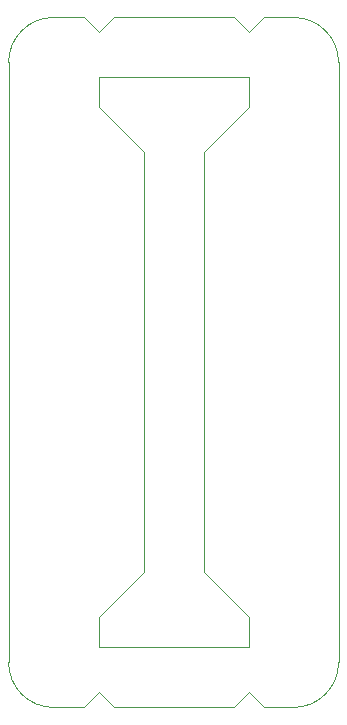
<source format=gm1>
G04 #@! TF.GenerationSoftware,KiCad,Pcbnew,6.0.9-8da3e8f707~116~ubuntu20.04.1*
G04 #@! TF.CreationDate,2023-04-19T17:37:20+00:00*
G04 #@! TF.ProjectId,LEC030001,4c454330-3330-4303-9031-2e6b69636164,rev?*
G04 #@! TF.SameCoordinates,Original*
G04 #@! TF.FileFunction,Profile,NP*
%FSLAX46Y46*%
G04 Gerber Fmt 4.6, Leading zero omitted, Abs format (unit mm)*
G04 Created by KiCad (PCBNEW 6.0.9-8da3e8f707~116~ubuntu20.04.1) date 2023-04-19 17:37:20*
%MOMM*%
%LPD*%
G01*
G04 APERTURE LIST*
G04 #@! TA.AperFunction,Profile*
%ADD10C,0.050000*%
G04 #@! TD*
G04 APERTURE END LIST*
D10*
X186690000Y-54610000D02*
X190500000Y-58420000D01*
X186690000Y-97790000D02*
X190500000Y-93980000D01*
X190500000Y-93980000D02*
X190500000Y-58420000D01*
X199390000Y-100330000D02*
X199390000Y-97790000D01*
X186690000Y-100330000D02*
X186690000Y-97790000D01*
X199390000Y-54610000D02*
X199390000Y-52070000D01*
X186690000Y-54610000D02*
X186690000Y-52070000D01*
X200660000Y-46990000D02*
X203200000Y-46990000D01*
X198120000Y-46990000D02*
X199390000Y-48260000D01*
X186690000Y-48260000D02*
X187960000Y-46990000D01*
X185420000Y-46990000D02*
X186690000Y-48260000D01*
X182880000Y-46990000D02*
X185420000Y-46990000D01*
X200660000Y-105410000D02*
X203200000Y-105410000D01*
X187960000Y-105410000D02*
X198120000Y-105410000D01*
X185420000Y-105410000D02*
X186690000Y-104140000D01*
X182880000Y-105410000D02*
X185420000Y-105410000D01*
X179070000Y-50800000D02*
X179070000Y-101600000D01*
X207010000Y-50800000D02*
X207010000Y-101600000D01*
X207010000Y-50800000D02*
G75*
G03*
X203200000Y-46990000I-3810000J0D01*
G01*
X179070000Y-101600000D02*
G75*
G03*
X182880000Y-105410000I3810000J0D01*
G01*
X182880000Y-46990000D02*
G75*
G03*
X179070000Y-50800000I0J-3810000D01*
G01*
X195580000Y-58420000D02*
X195580000Y-93980000D01*
X203200000Y-105410000D02*
G75*
G03*
X207010000Y-101600000I0J3810000D01*
G01*
X199390000Y-48260000D02*
X200660000Y-46990000D01*
X199390000Y-100330000D02*
X198120000Y-100330000D01*
X199390000Y-54610000D02*
X195580000Y-58420000D01*
X186690000Y-52070000D02*
X199390000Y-52070000D01*
X186690000Y-104140000D02*
X187960000Y-105410000D01*
X198120000Y-105410000D02*
X199390000Y-104140000D01*
X187960000Y-46990000D02*
X198120000Y-46990000D01*
X199390000Y-104140000D02*
X200660000Y-105410000D01*
X198120000Y-100330000D02*
X186690000Y-100330000D01*
X195580000Y-93980000D02*
X199390000Y-97790000D01*
M02*

</source>
